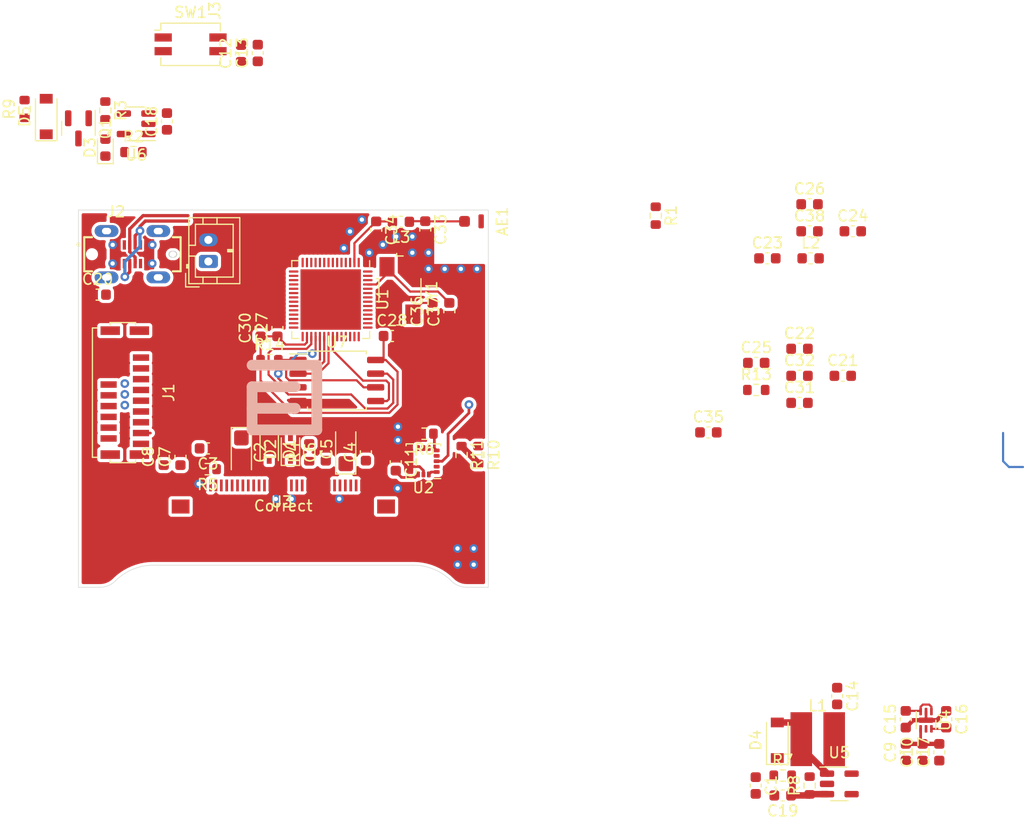
<source format=kicad_pcb>
(kicad_pcb (version 20211014) (generator pcbnew)
  (layers (0 "F.Cu" signal "Front.Cu") (1 "In1.Cu" power "Power.Cu") (2 "In2.Cu" power "Ground.Cu") (31 "B.Cu" signal "Back.Cu") (34 "B.Paste" user) (35 "F.Paste" user) (36 "B.SilkS" user "B.Silkscreen") (37 "F.SilkS" user "F.Silkscreen") (38 "B.Mask" user) (39 "F.Mask" user) (44 "Edge.Cuts" user))
  (net 0 "")
  (net 1 "VBUS")
  (net 3 "D-")
  (net 4 "D+")
  (net 12 "GND")
  (net 13 "13V")
  (net 14 "CLK")
  (net 15 "MOSI")
  (net 16 "DC")
  (net 17 "Net-(R6-Pad1)")
  (net 18 "RST")
  (net 19 "Net-(C5-Pad1)")
  (net 20 "Net-(C7-Pad1)")
  (net 21 "Net-(C8-Pad1)")
  (net 22 "Net-(D1-Pad2)")
  (net 23 "Net-(D2-Pad2)")
  (net 24 "Display2_CS")
  (net 25 "MISO")
  (net 26 "Display3_CS")
  (net 27 "Display4_CS")
  (net 28 "Display5_CS")
  (net 29 "Display1_CS")
  (net 30 "Display6_CS")
  (net 31 "INT")
  (net 40 "Net-(R4-Pad1)")
  (net 41 "Net-(R5-Pad1)")
  (net 43 "Net-(C11-Pad2)")
  (net 44 "Reset")
  (net 45 "Boot")
  (net 47 "+5V")
  (net 48 "Net-(C16-Pad2)")
  (net 49 "Net-(C19-Pad1)")
  (net 50 "Net-(D3-Pad2)")
  (net 51 "Net-(D3-Pad1)")
  (net 52 "Net-(D4-Pad2)")
  (net 53 "Net-(R2-Pad1)")
  (net 54 "+BATT")
  (net 64 "VDD3P3")
  (net 65 "Net-(R13-Pad1)")
  (net 66 "XTAL_N")
  (net 67 "XTAL_P")
  (net 68 "Net-(AE1-Pad2)")
  (net 69 "VDD3P3_CPU")
  (net 70 "VDD_SPI")
  (net 71 "U0TXD")
  (net 72 "SPICS0")
  (net 73 "SPIHD")
  (net 74 "SPIWP")
  (net 75 "LNA_IN")
  (net 76 "Net-(R10-Pad2)")
  (net 77 "SPICLK")
  (net 78 "SPIQ")
  (net 88 "SPID")
  (net 89 "U0RXD")
  (footprint "Resistor_SMD:R_0603_1608Metric" (layer "F.Cu") (at 55.025 54.315 90)
    (fp_text reference "R4")
    (fp_text value "47R")
  )
  (footprint "Diode_SMD:D_SOD-323" (layer "F.Cu") (at 51.315 54.025 -90)
    (fp_text reference "D1")
    (fp_text value "1N4148WS-7-F")
  )
  (footprint "Diode_SMD:D_SOD-323" (layer "F.Cu") (at 53.285 54.025 90)
    (fp_text reference "D2")
    (fp_text value "1N4148WS-7-F")
  )
  (footprint "Resistor_SMD:R_0603_1608Metric" (layer "F.Cu") (at 65.715 52.585 180)
    (fp_text reference "R6")
    (fp_text value "10k")
  )
  (footprint "Capacitor_SMD:C_0603_1608Metric" (layer "F.Cu") (at 56.56 54.315 90)
    (fp_text reference "C6")
    (fp_text value "1u")
  )
  (footprint "Capacitor_SMD:C_0603_1608Metric" (layer "F.Cu") (at 60.28 54.31 90)
    (fp_text reference "C4")
    (fp_text value "10u")
  )
  (footprint "D1(Motherboard):WR-FPC_0.5mm_ZIF_H" (layer "F.Cu") (at 52.625 58.315 180)
    (fp_text reference "U3")
    (fp_text value "WR-FPC_0.5mm_ZIF_H")
  )
  (footprint "Package_LGA:LGA-16_3x3mm_P0.5mm_LayoutBorder3x5y" (layer "F.Cu") (at 65.615 55.14 180)
    (fp_text reference "U2")
    (fp_text value "ICM-20602")
  )
  (footprint "Capacitor_SMD:C_0603_1608Metric" (layer "F.Cu") (at 110.345 82.1375 90)
    (fp_text reference "C9")
    (fp_text value "4.7u")
  )
  (footprint "Capacitor_SMD:C_0603_1608Metric" (layer "F.Cu") (at 111.895 82.1375 90)
    (fp_text reference "C10")
    (fp_text value "0.1u")
  )
  (footprint "Capacitor_SMD:C_0603_1608Metric" (layer "F.Cu") (at 63.05 55.235 -90)
    (fp_text reference "C11")
    (fp_text value "0.1u")
  )
  (footprint "Capacitor_SMD:C_0603_1608Metric" (layer "F.Cu") (at 48.705 17.305 90)
    (fp_text reference "C12")
    (fp_text value "0.1u")
  )
  (footprint "Capacitor_SMD:C_0603_1608Metric" (layer "F.Cu") (at 50.255 17.265 90)
    (fp_text reference "C13")
    (fp_text value "0.1u")
  )
  (footprint "Button_Switch_SMD:SW_DIP_SPSTx02_Slide_Copal_CHS-02A_W5.08mm_P1.27mm_JPin" (layer "F.Cu") (at 44.025 16.46)
    (fp_text reference "SW1")
    (fp_text value "CHS-02A")
  )
  (footprint "Package_TO_SOT_SMD:SOT-23-5" (layer "F.Cu") (at 104.175 85.075)
    (fp_text reference "U5")
    (fp_text value "FAN5331SX")
  )
  (footprint "Package_TO_SOT_SMD:SOT-23-5" (layer "F.Cu") (at 38.977499 23.832499 180)
    (fp_text reference "U6")
    (fp_text value "MCP73831-2-OT")
  )
  (footprint "Capacitor_SMD:C_0603_1608Metric" (layer "F.Cu") (at 98.925 86.145 180)
    (fp_text reference "C19")
    (fp_text value "0.1u")
  )
  (footprint "Diode_SMD:D_SOD-123" (layer "F.Cu") (at 98.425 81.025 90)
    (fp_text reference "D4")
    (fp_text value "BAT54GWJ")
  )
  (footprint "D1(Motherboard):L_Bourns-SRN4028" (layer "F.Cu") (at 102.175 80.925 180)
    (fp_text reference "L1")
    (fp_text value "SRR4028-100Y")
  )
  (footprint "Resistor_SMD:R_0603_1608Metric" (layer "F.Cu") (at 38.727499 26.457499)
    (fp_text reference "R2")
    (fp_text value "2k")
  )
  (footprint "Connector_JST:JST_PH_B2B-PH-K_1x02_P2.00mm_Vertical" (layer "F.Cu") (at 45.675 36.605 90)
    (fp_text reference "J3")
    (fp_text value "B2B-PH-K-S")
  )
  (footprint "Capacitor_SMD:C_0603_1608Metric" (layer "F.Cu") (at 41.835 23.615 90)
    (fp_text reference "C18")
    (fp_text value "4.7u")
  )
  (footprint "D1(Motherboard):WR-FPC_0.50_SMT_ZIF_V" (layer "F.Cu") (at 37.925 48.775 -90)
    (fp_text reference "J1")
    (fp_text value "WR-FPC_0.5mm_ZIF_V")
  )
  (footprint "Capacitor_SMD:C_0603_1608Metric" (layer "F.Cu") (at 110.335 79.075 90)
    (fp_text reference "C15")
    (fp_text value "1u")
  )
  (footprint "Capacitor_SMD:C_0603_1608Metric" (layer "F.Cu") (at 113.445 82.1375 90)
    (fp_text reference "C17")
    (fp_text value "1u")
  )
  (footprint "Capacitor_SMD:C_0603_1608Metric" (layer "F.Cu") (at 114.085 79.075 -90)
    (fp_text reference "C16")
    (fp_text value "0.1u")
  )
  (footprint "Resistor_SMD:R_0603_1608Metric" (layer "F.Cu") (at 28.632499 22.457499 90)
    (fp_text reference "R9")
    (fp_text value "100k")
  )
  (footprint "Package_DFN_QFN:MLF-6-1EP_1.6x1.6mm_P0.5mm_EP0.5x1.26mm" (layer "F.Cu") (at 112.215 79.165 -90)
    (fp_text reference "U4")
    (fp_text value "MIC5353-3.3YMT")
  )
  (footprint "Package_TO_SOT_SMD:SOT-23" (layer "F.Cu") (at 33.627499 24.257499 -90)
    (fp_text reference "Q1")
    (fp_text value "NX2301P.215")
  )
  (footprint "Diode_SMD:D_SOD-123" (layer "F.Cu") (at 30.639165 23.157499 90)
    (fp_text reference "D5")
    (fp_text value "BATG54GWJ")
  )
  (footprint "Resistor_SMD:R_0603_1608Metric" (layer "F.Cu") (at 101.425 85.225 90)
    (fp_text reference "R8")
    (fp_text value "10k")
  )
  (footprint "Resistor_SMD:R_0603_1608Metric" (layer "F.Cu") (at 98.925 84.3)
    (fp_text reference "R7")
    (fp_text value "100k")
  )
  (footprint "Capacitor_SMD:C_0603_1608Metric" (layer "F.Cu") (at 103.975 76.925 -90)
    (fp_text reference "C14")
    (fp_text value "4.7u")
  )
  (footprint "Capacitor_SMD:C_0603_1608Metric" (layer "F.Cu") (at 45.635 53.95 180)
    (fp_text reference "C3")
    (fp_text value "1u")
  )
  (footprint "Resistor_SMD:R_0603_1608Metric" (layer "F.Cu") (at 45.61 55.875 180)
    (fp_text reference "R5")
    (fp_text value "560k")
  )
  (footprint "Capacitor_SMD:C_0603_1608Metric" (layer "F.Cu") (at 41.535 54.725 90)
    (fp_text reference "C8")
    (fp_text value "10u")
  )
  (footprint "Capacitor_SMD:C_0603_1608Metric" (layer "F.Cu") (at 43.085 54.725 90)
    (fp_text reference "C7")
    (fp_text value "0.1u")
  )
  (footprint "Resistor_SMD:R_0603_1608Metric" (layer "F.Cu") (at 36.12 22.595 -90)
    (fp_text reference "R3")
    (fp_text value "1k")
  )
  (footprint "LED_SMD:LED_0603_1608Metric" (layer "F.Cu") (at 36.125 26.045 90)
    (fp_text reference "D3")
    (fp_text value "GREEN")
  )
  (footprint "Capacitor_SMD:C_0603_1608Metric" (layer "F.Cu") (at 96.425 85.225 -90)
    (fp_text reference "C1")
    (fp_text value "4.7u")
  )
  (footprint "Resistor_SMD:R_0603_1608Metric" (layer "F.Cu") (at 70.7 54.56 -90)
    (fp_text reference "R10")
    (fp_text value "100k")
  )
  (footprint "Resistor_SMD:R_0603_1608Metric" (layer "F.Cu") (at 69.15 54.56 -90)
    (fp_text reference "R11")
    (fp_text value "100k")
  )
  (footprint "Capacitor_Tantalum_SMD:CP_EIA-3216-18_Kemet-A" (layer "F.Cu") (at 58.41 54.015 90)
    (fp_text reference "C5")
    (fp_text value "4.7u")
  )
  (footprint "Capacitor_Tantalum_SMD:CP_EIA-3216-18_Kemet-A" (layer "F.Cu") (at 48.735 54.325 -90)
    (fp_text reference "C2")
    (fp_text value "100u")
  )
  (footprint "Capacitor_SMD:C_0603_1608Metric" (layer "F.Cu") (at 100.485 49.725)
    (fp_text reference "C31")
    (fp_text value "100pF")
  )
  (footprint "D1(Motherboard):GCT_USB4120-03-C" (layer "F.Cu") (at 38.6325 35.935)
    (fp_text reference "J2")
    (fp_text value "USB_C_Receptacle_USB2.0")
    (fp_line (start 3.85 0.26) (end 3.65 0.26) (layer "Edge.Cuts") (width 0.1))
    (fp_line (start 3.65 -0.26) (end 3.85 -0.26) (layer "Edge.Cuts") (width 0.1))
    (fp_arc (start 3.65 0.26) (mid 3.466152 0.183848) (end 3.39 0) (layer "Edge.Cuts") (width 0.1))
    (fp_arc (start 3.85 -0.26) (mid 4.033848 -0.183848) (end 4.11 0) (layer "Edge.Cuts") (width 0.1))
    (fp_arc (start 3.39 0) (mid 3.466152 -0.183848) (end 3.65 -0.26) (layer "Edge.Cuts") (width 0.1))
    (fp_arc (start 4.11 0) (mid 4.033848 0.183848) (end 3.85 0.26) (layer "Edge.Cuts") (width 0.1))
  )
  (footprint "Capacitor_SMD:C_0603_1608Metric" (layer "F.Cu") (at 100.485 44.705)
    (fp_text reference "C22")
    (fp_text value "10u")
  )
  (footprint "Capacitor_SMD:C_0603_1608Metric" (layer "F.Cu") (at 97.505 36.315)
    (fp_text reference "C23")
    (fp_text value "1u")
  )
  (footprint "Capacitor_SMD:C_0603_1608Metric" (layer "F.Cu") (at 101.415 33.805)
    (fp_text reference "C38")
    (fp_text value "1u")
  )
  (footprint "Package_SO:SOIC-8_5.23x5.23mm_P1.27mm" (layer "F.Cu") (at 57.58596 47.649034)
    (fp_text reference "U7")
    (fp_text value "W25Q128JVS")
  )
  (footprint "Capacitor_SMD:C_0603_1608Metric" (layer "F.Cu") (at 35.405 39.685)
    (fp_text reference "C20")
    (fp_text value "4.7u")
  )
  (footprint "Ignion_Antenna:NN02-101" (layer "F.Cu") (at 70.245 32.885 90)
    (fp_text reference "AE1")
    (fp_text value "Antenna_Chip")
  )
  (footprint "Capacitor_SMD:C_0603_1608Metric" (layer "F.Cu") (at 104.495 47.215)
    (fp_text reference "C21")
    (fp_text value "0.1u")
  )
  (footprint "Capacitor_SMD:C_0603_1608Metric" (layer "F.Cu") (at 50.51596 42.779034 90)
    (fp_text reference "C30")
    (fp_text value "1uF")
  )
  (footprint "Inductor_SMD:L_0603_1608Metric" (layer "F.Cu") (at 63.525 32.925 180)
    (fp_text reference "L3")
    (fp_text value "TBD")
  )
  (footprint "Inductor_SMD:L_0603_1608Metric" (layer "F.Cu") (at 101.515 36.315)
    (fp_text reference "L2")
    (fp_text value "2n")
  )
  (footprint "Capacitor_SMD:C_0603_1608Metric" (layer "F.Cu") (at 68.015 41.225 90)
    (fp_text reference "C37")
    (fp_text value "TBD")
  )
  (footprint "Capacitor_SMD:C_0603_1608Metric" (layer "F.Cu") (at 66.455 41.225 90)
    (fp_text reference "C36")
    (fp_text value "TBD")
  )
  (footprint "Capacitor_SMD:C_0603_1608Metric" (layer "F.Cu") (at 52.07596 42.779034 90)
    (fp_text reference "C27")
    (fp_text value "0.1u")
  )
  (footprint "Package_DFN_QFN:QFN-56-1EP_7x7mm_P0.4mm_EP5.6x5.6mm" (layer "F.Cu") (at 57.01596 40.139034 -90)
    (fp_text reference "U1")
    (fp_text value "ESP32-S2")
  )
  (footprint "Capacitor_SMD:C_0603_1608Metric" (layer "F.Cu") (at 92.035 52.465)
    (fp_text reference "C35")
    (fp_text value "0.1u")
  )
  (footprint "Capacitor_SMD:C_0603_1608Metric" (layer "F.Cu") (at 96.475 46.015)
    (fp_text reference "C25")
    (fp_text value "0.1u")
  )
  (footprint "Resistor_SMD:R_0603_1608Metric" (layer "F.Cu") (at 87.15404 32.35596 -90)
    (fp_text reference "R1")
    (fp_text value "10k")
  )
  (footprint "Resistor_SMD:R_0603_1608Metric" (layer "F.Cu") (at 96.475 48.525)
    (fp_text reference "R13")
    (fp_text value "499R")
  )
  (footprint "Capacitor_SMD:C_0603_1608Metric" (layer "F.Cu") (at 65.785 33.645 -90)
    (fp_text reference "C33")
    (fp_text value "TBD")
  )
  (footprint "Resistor_SMD:R_0603_1608Metric" (layer "F.Cu") (at 51.33596 45.749034)
    (fp_text reference "R14")
    (fp_text value "10k(NC)")
  )
  (footprint "Crystal:Crystal_SMD_0603-4Pin_6.0x3.5mm" (layer "F.Cu") (at 63.43596 39.299034 -90)
    (fp_text reference "Y1")
    (fp_text value "Crystal_GND24")
  )
  (footprint "Capacitor_SMD:C_0603_1608Metric" (layer "F.Cu") (at 105.425 33.805)
    (fp_text reference "C24")
    (fp_text value "0.1u")
  )
  (footprint "Capacitor_SMD:C_0603_1608Metric" (layer "F.Cu") (at 62.69596 43.519034)
    (fp_text reference "C28")
    (fp_text value "0.1u")
  )
  (footprint "Capacitor_SMD:C_0603_1608Metric" (layer "F.Cu") (at 61.235 33.665 -90)
    (fp_text reference "C34")
    (fp_text value "TBD")
  )
  (footprint "Capacitor_SMD:C_0603_1608Metric" (layer "F.Cu") (at 100.485 47.215)
    (fp_text reference "C32")
    (fp_text value "1uF")
  )
  (footprint "Capacitor_SMD:C_0603_1608Metric" (layer "F.Cu") (at 101.415 31.295)
    (fp_text reference "C26")
    (fp_text value "TBD")
  )
  (gr_line (start 55.72668 52.229401) (end 55.72668 46.229401) (layer "B.SilkS") (width 1))
  (gr_line (start 49.726681 52.229401) (end 49.72668 48.229401) (layer "B.SilkS") (width 1))
  (gr_line (start 49.72668 48.229401) (end 53.726681 48.229401) (layer "B.SilkS") (width 1))
  (gr_line (start 49.726681 52.229401) (end 55.72668 52.229401) (layer "B.SilkS") (width 1))
  (gr_line (start 49.72668 50.229401) (end 53.726681 50.229401) (layer "B.SilkS") (width 1))
  (gr_line (start 49.72668 46.229401) (end 55.72668 46.229401) (layer "B.SilkS") (width 1))
  (gr_line (start 33.625 31.835) (end 33.625001 66.835) (layer "Edge.Cuts") (width 0.05))
  (gr_line (start 71.625 66.835001) (end 71.625001 31.835) (layer "Edge.Cuts") (width 0.05))
  (gr_arc (start 37.039214 66.249213) (mid 36.390367 66.682759) (end 35.625 66.835) (layer "Edge.Cuts") (width 0.05))
  (gr_line (start 64.678013 64.78589) (end 40.571988 64.785889) (layer "Edge.Cuts") (width 0.05))
  (gr_line (start 33.625001 66.835) (end 35.625 66.835) (layer "Edge.Cuts") (width 0.05))
  (gr_arc (start 69.625001 66.835001) (mid 68.859634 66.68276) (end 68.210787 66.249214) (layer "Edge.Cuts") (width 0.05))
  (gr_arc (start 64.678013 64.78589) (mid 66.589937 65.166195) (end 68.210787 66.249213) (layer "Edge.Cuts") (width 0.05))
  (gr_line (start 69.625001 66.835001) (end 71.625 66.835001) (layer "Edge.Cuts") (width 0.05))
  (gr_line (start 33.625 31.835) (end 71.625001 31.835) (layer "Edge.Cuts") (width 0.05))
  (gr_arc (start 37.039214 66.249212) (mid 38.660064 65.166194) (end 40.571988 64.785889) (layer "Edge.Cuts") (width 0.05))
  (segment (start 39.8825 35.07) (end 39.8825 36.8) (width 0.3) (layer "F.Cu") (net 1))
  (segment (start 37.3825 36.8) (end 37.3825 35.07) (width 0.3) (layer "F.Cu") (net 1))
  (via (at 40.475 35.065) (size 0.8) (drill 0.4) (layers "F.Cu" "B.Cu") (net 1))
  (via (at 40.465 36.795) (size 0.8) (drill 0.4) (layers "F.Cu" "B.Cu") (net 1))
  (via (at 36.795 36.795) (size 0.8) (drill 0.4) (layers "F.Cu" "B.Cu") (net 1))
  (via (at 36.805 35.065) (size 0.8) (drill 0.4) (layers "F.Cu" "B.Cu") (net 1))
  (segment (start 39.33318 33.764613) (end 39.33318 33.34682) (width 0.3) (layer "F.Cu") (net 3))
  (segment (start 39.33318 33.34682) (end 39.825 32.855) (width 0.3) (layer "F.Cu") (net 3))
  (segment (start 37.930573 38.027739) (end 38.3825 37.575812) (width 0.3) (layer "F.Cu") (net 3))
  (segment (start 39.33318 33.764613) (end 38.8825 34.215293) (width 0.3) (layer "F.Cu") (net 3))
  (segment (start 39.825 32.855) (end 43.825 32.855) (width 0.3) (layer "F.Cu") (net 3))
  (segment (start 38.8825 34.215293) (end 38.8825 35.07) (width 0.3) (layer "F.Cu") (net 3))
  (segment (start 38.3825 37.575812) (end 38.3825 36.8) (width 0.3) (layer "F.Cu") (net 3))
  (via (at 37.930573 38.027739) (size 0.8) (drill 0.4) (layers "F.Cu" "B.Cu") (net 3))
  (via (at 39.33318 33.764613) (size 0.8) (drill 0.4) (layers "F.Cu" "B.Cu") (net 3))
  (segment (start 37.930573 36.629427) (end 37.930573 38.027739) (width 0.3) (layer "B.Cu") (net 3))
  (segment (start 39.33318 33.764613) (end 39.33318 35.22682) (width 0.3) (layer "B.Cu") (net 3))
  (segment (start 39.33318 35.22682) (end 37.930573 36.629427) (width 0.3) (layer "B.Cu") (net 3))
  (segment (start 38.3825 33.591073) (end 39.618573 32.355) (width 0.3) (layer "F.Cu") (net 4))
  (segment (start 38.3825 35.07) (end 38.3825 33.591073) (width 0.3) (layer "F.Cu") (net 4))
  (segment (start 39.618573 32.355) (end 43.785 32.355) (width 0.3) (layer "F.Cu") (net 4))
  (segment (start 38.8825 36.2125) (end 38.8825 36.8) (width 0.3) (layer "F.Cu") (net 4))
  (segment (start 38.3825 35.07) (end 38.3825 35.7125) (width 0.3) (layer "F.Cu") (net 4))
  (segment (start 38.3825 35.7125) (end 38.8825 36.2125) (width 0.3) (layer "F.Cu") (net 4))
  (segment (start 112.215 78.365) (end 112.215 79.165) (width 0.25) (layer "F.Cu") (net 12))
  (segment (start 111.02 79.165) (end 112.215 79.165) (width 0.4) (layer "F.Cu") (net 12))
  (segment (start 44.924991 57.385) (end 44.775 57.235009) (width 0.25) (layer "F.Cu") (net 12))
  (segment (start 110.335 79.85) (end 111.02 79.165) (width 0.4) (layer "F.Cu") (net 12))
  (segment (start 114.085 78.3) (end 113.22 79.165) (width 0.4) (layer "F.Cu") (net 12))
  (segment (start 65.248377 55.64) (end 65.615 56.006622) (width 0.25) (layer "F.Cu") (net 12))
  (segment (start 113.22 79.165) (end 112.215 79.165) (width 0.4) (layer "F.Cu") (net 12))
  (segment (start 65.615 56.006622) (end 65.615 56.365) (width 0.25) (layer "F.Cu") (net 12))
  (segment (start 64.39 55.639999) (end 65.248377 55.64) (width 0.25) (layer "F.Cu") (net 12))
  (segment (start 64.39 54.14) (end 64.39 56.14) (width 0.25) (layer "F.Cu") (net 12))
  (via (at 70.275 63.235) (size 0.8) (drill 0.4) (layers "F.Cu" "B.Cu") (net 12))
  (via (at 68.775 64.735) (size 0.8) (drill 0.4) (layers "F.Cu" "B.Cu") (net 12))
  (via (at 70.275 64.735) (size 0.8) (drill 0.4) (layers "F.Cu" "B.Cu") (net 12))
  (via (at 63.25 53.185) (size 0.8) (drill 0.4) (layers "F.Cu" "B.Cu") (net 12))
  (via (at 57.805 58.634892) (size 0.8) (drill 0.4) (layers "F.Cu" "B.Cu") (net 12))
  (via (at 60.585 35.795) (size 0.8) (drill 0.4) (layers "F.Cu" "B.Cu") (net 12))
  (via (at 51.93 58.634892) (size 0.8) (drill 0.4) (layers "F.Cu" "B.Cu") (net 12))
  (via (at 69.085 37.295) (size 0.8) (drill 0.4) (layers "F.Cu" "B.Cu") (net 12))
  (via (at 59.905 32.725) (size 0.8) (drill 0.4) (layers "F.Cu" "B.Cu") (net 12))
  (via (at 70.585 37.295) (size 0.8) (drill 0.4) (layers "F.Cu" "B.Cu") (net 12))
  (via (at 44.775 57.235009) (size 0.8) (drill 0.4) (layers "F.Cu" "B.Cu") (net 12))
  (via (at 53.39875 58.634892) (size 0.8) (drill 0.4) (layers "F.Cu" "B.Cu") (net 12))
  (via (at 66.085 37.295) (size 0.8) (drill 0.4) (layers "F.Cu" "B.Cu") (net 12))
  (via (at 61.855 35.055) (size 0.8) (drill 0.4) (layers "F.Cu" "B.Cu") (net 12))
  (via (at 64.585 35.795) (size 0.8) (drill 0.4) (layers "F.Cu" "B.Cu") (net 12))
  (via (at 63.25 51.935) (size 0.8) (drill 0.4) (layers "F.Cu" "B.Cu") (net 12))
  (via (at 63.225 57.66) (size 0.8) (drill 0.4) (layers "F.Cu" "B.Cu") (net 12))
  (via (at 58.805 33.825) (size 0.8) (drill 0.4) (layers "F.Cu" "B.Cu") (net 12))
  (via (at 66.085 35.795) (size 0.8) (drill 0.4) (layers "F.Cu" "B.Cu") (net 12))
  (via (at 68.775 63.235) (size 0.8) (drill 0.4) (layers "F.Cu" "B.Cu") (net 12))
  (via (at 64.585 34.295) (size 0.8) (drill 0.4) (layers "F.Cu" "B.Cu") (net 12))
  (via (at 58.235 35.375) (size 0.8) (drill 0.4) (layers "F.Cu" "B.Cu") (net 12))
  (via (at 67.585 37.295) (size 0.8) (drill 0.4) (layers "F.Cu" "B.Cu") (net 12))
  (via (at 63.085 34.295) (size 0.8) (drill 0.4) (layers "F.Cu" "B.Cu") (net 12))
  (segment (start 67.9 54.59641) (end 67.35641 55.14) (width 0.25) (layer "F.Cu") (net 15))
  (segment (start 69.835 50.66359) (end 67.9 52.59859) (width 0.25) (layer "F.Cu") (net 15))
  (segment (start 67.35641 55.14) (end 66.84 55.14) (width 0.25) (layer "F.Cu") (net 15))
  (segment (start 67.9 52.59859) (end 67.9 54.59641) (width 0.25) (layer "F.Cu") (net 15))
  (segment (start 39.425 52.525) (end 40.298589 52.525) (width 0.25) (layer "F.Cu") (net 15))
  (segment (start 69.835 49.88501) (end 69.835 50.66359) (width 0.25) (layer "F.Cu") (net 15))
  (via (at 69.835 49.88501) (size 0.8) (drill 0.4) (layers "F.Cu" "B.Cu") (net 15))
  (segment (start 66.6275 53.9275) (end 66.84 54.14) (width 0.25) (layer "F.Cu") (net 17))
  (segment (start 66.6275 52.585) (end 66.6275 53.9275) (width 0.25) (layer "F.Cu") (net 17))
  (segment (start 63.05 56.0975) (end 63.59251 56.64001) (width 0.25) (layer "F.Cu") (net 43))
  (segment (start 64.83999 56.64001) (end 65.115 56.365) (width 0.25) (layer "F.Cu") (net 43))
  (segment (start 63.59251 56.64001) (end 64.83999 56.64001) (width 0.25) (layer "F.Cu") (net 43))
  (segment (start 47.060002 17.095) (end 46.565 17.095) (width 0.25) (layer "F.Cu") (net 44))
  (segment (start 110.6525 78.365) (end 110.34 78.0525) (width 0.25) (layer "F.Cu") (net 47))
  (segment (start 110.335 78.3) (end 111.65 78.3) (width 0.2) (layer "F.Cu") (net 47))
  (segment (start 112.50548 77.71548) (end 111.92452 77.71548) (width 0.2) (layer "F.Cu") (net 47))
  (segment (start 112.715 77.925) (end 112.50548 77.71548) (width 0.2) (layer "F.Cu") (net 47))
  (segment (start 112.715 78.365) (end 112.715 77.925) (width 0.2) (layer "F.Cu") (net 47))
  (segment (start 111.92452 77.71548) (end 111.715 77.925) (width 0.2) (layer "F.Cu") (net 47))
  (segment (start 111.715 77.925) (end 111.715 78.365) (width 0.2) (layer "F.Cu") (net 47))
  (segment (start 111.65 78.3) (end 111.715 78.365) (width 0.2) (layer "F.Cu") (net 47))
  (segment (start 113.9025 79.965) (end 114.09 79.7775) (width 0.25) (layer "F.Cu") (net 48))
  (segment (start 113.97 79.965) (end 114.085 79.85) (width 0.2) (layer "F.Cu") (net 48))
  (segment (start 112.715 79.965) (end 113.97 79.965) (width 0.2) (layer "F.Cu") (net 48))
  (segment (start 101.4175 86.145) (end 101.425 86.1375) (width 0.6) (layer "F.Cu") (net 49))
  (segment (start 99.7875 86.145) (end 101.4175 86.145) (width 0.6) (layer "F.Cu") (net 49))
  (segment (start 99.8375 86.095) (end 99.7875 86.145) (width 0.6) (layer "F.Cu") (net 49))
  (segment (start 103.075 86.025) (end 101.5375 86.025) (width 0.6) (layer "F.Cu") (net 49))
  (segment (start 99.7875 84.35) (end 99.8375 84.3) (width 0.25) (layer "F.Cu") (net 49))
  (segment (start 99.8375 84.3) (end 99.8375 86.095) (width 0.6) (layer "F.Cu") (net 49))
  (segment (start 99.795 86.1375) (end 99.7875 86.145) (width 0.25) (layer "F.Cu") (net 49))
  (segment (start 101.5375 86.025) (end 101.425 86.1375) (width 0.6) (layer "F.Cu") (net 49))
  (segment (start 100.65 81.7) (end 103.075 84.125) (width 0.6) (layer "F.Cu") (net 52))
  (segment (start 98.425 79.375) (end 99.8 79.375) (width 0.6) (layer "F.Cu") (net 52))
  (segment (start 100.65 80.925) (end 100.65 81.7) (width 0.6) (layer "F.Cu") (net 52))
  (segment (start 99.8 79.375) (end 100.65 80.225) (width 0.6) (layer "F.Cu") (net 52))
  (segment (start 100.65 80.225) (end 100.65 80.925) (width 0.6) (layer "F.Cu") (net 52))
  (segment (start 66.455 40.45) (end 65.46 40.45) (width 0.2) (layer "F.Cu") (net 66))
  (segment (start 65.46 40.45) (end 64.63596 41.27404) (width 0.2) (layer "F.Cu") (net 66))
  (segment (start 64.63596 41.27404) (end 64.63596 41.499034) (width 0.2) (layer "F.Cu") (net 66))
  (segment (start 62.23596 37.74404) (end 62.23596 37.099034) (width 0.2) (layer "F.Cu") (net 67))
  (segment (start 66.96 39.395) (end 64.385 39.395) (width 0.2) (layer "F.Cu") (net 67))
  (segment (start 60.45346 38.739034) (end 61.240966 38.739034) (width 0.2) (layer "F.Cu") (net 67))
  (segment (start 61.240966 38.739034) (end 62.23596 37.74404) (width 0.2) (layer "F.Cu") (net 67))
  (segment (start 62.23596 37.24596) (end 62.23596 37.099034) (width 0.2) (layer "F.Cu") (net 67))
  (segment (start 64.385 39.395) (end 62.23596 37.24596) (width 0.2) (layer "F.Cu") (net 67))
  (segment (start 68.015 40.45) (end 66.96 39.395) (width 0.2) (layer "F.Cu") (net 67))
  (segment (start 65.8 32.885) (end 65.785 32.87) (width 0.2) (layer "F.Cu") (net 68))
  (segment (start 65.785 32.87) (end 64.3675 32.87) (width 0.2) (layer "F.Cu") (net 68))
  (segment (start 64.3675 32.87) (end 64.3125 32.925) (width 0.2) (layer "F.Cu") (net 68))
  (segment (start 69.425 32.885) (end 65.8 32.885) (width 0.2) (layer "F.Cu") (net 68))
  (segment (start 111.715 79.965) (end 111.715 81.1825) (width 0.25) (layer "F.Cu") (net 69))
  (segment (start 66.34 56.14) (end 66.115 56.365) (width 0.25) (layer "F.Cu") (net 69))
  (segment (start 113.445 81.3625) (end 110.345 81.3625) (width 0.4) (layer "F.Cu") (net 69))
  (segment (start 111.895 81.275) (end 111.72 81.1) (width 0.25) (layer "F.Cu") (net 69))
  (segment (start 66.84 56.14) (end 66.34 56.14) (width 0.25) (layer "F.Cu") (net 69))
  (segment (start 111.715 81.1825) (end 111.895 81.3625) (width 0.25) (layer "F.Cu") (net 69))
  (via (at 37.925 48.935) (size 0.8) (drill 0.4) (layers "F.Cu" "B.Cu") (net 69))
  (via (at 37.925 49.935) (size 0.8) (drill 0.4) (layers "F.Cu" "B.Cu") (net 69))
  (via (at 37.925 47.935) (size 0.8) (drill 0.4) (layers "F.Cu" "B.Cu") (net 69))
  (segment (start 61.92096 43.519034) (end 61.92096 45.684034) (width 0.2) (layer "F.Cu") (net 70))
  (segment (start 50.51596 45.744034) (end 50.51096 45.749034) (width 0.2) (layer "F.Cu") (net 70))
  (segment (start 63.215 46.838074) (end 62.12096 45.744034) (width 0.2) (layer "F.Cu") (net 70))
  (segment (start 50.51096 45.749034) (end 50.51096 47.654034) (width 0.2) (layer "F.Cu") (net 70))
  (segment (start 54.81596 43.576534) (end 54.81596 44.108329) (width 0.2) (layer "F.Cu") (net 70))
  (segment (start 52.83692 44.314994) (end 52.07596 43.554034) (width 0.2) (layer "F.Cu") (net 70))
  (segment (start 54.81596 44.108329) (end 54.609295 44.314994) (width 0.2) (layer "F.Cu") (net 70))
  (segment (start 63.215 49.885) (end 63.215 46.838074) (width 0.2) (layer "F.Cu") (net 70))
  (segment (start 61.92096 45.684034) (end 61.86096 45.744034) (width 0.2) (layer "F.Cu") (net 70))
  (segment (start 50.51596 43.554034) (end 50.51596 45.744034) (width 0.2) (layer "F.Cu") (net 70))
  (segment (start 50.51096 47.654034) (end 53.50596 50.649034) (width 0.2) (layer "F.Cu") (net 70))
  (segment (start 54.609295 44.314994) (end 52.83692 44.314994) (width 0.2) (layer "F.Cu") (net 70))
  (segment (start 62.450966 50.649034) (end 63.215 49.885) (width 0.2) (layer "F.Cu") (net 70))
  (segment (start 62.12096 45.744034) (end 61.18596 45.744034) (width 0.2) (layer "F.Cu") (net 70))
  (segment (start 61.86096 45.744034) (end 61.18596 45.744034) (width 0.2) (layer "F.Cu") (net 70))
  (segment (start 50.51596 43.554034) (end 52.07596 43.554034) (width 0.2) (layer "F.Cu") (net 70))
  (segment (start 53.50596 50.649034) (end 62.450966 50.649034) (width 0.2) (layer "F.Cu") (net 70))
  (segment (start 54.21096 45.969034) (end 55.765948 45.969034) (width 0.2) (layer "F.Cu") (net 72))
  (segment (start 52.16596 45.744034) (end 52.16096 45.749034) (width 0.2) (layer "F.Cu") (net 72))
  (segment (start 55.765948 45.969034) (end 56.01596 45.719022) (width 0.2) (layer "F.Cu") (net 72))
  (segment (start 53.98596 45.744034) (end 52.16596 45.744034) (width 0.2) (layer "F.Cu") (net 72))
  (segment (start 56.01596 45.719022) (end 56.01596 43.576534) (width 0.2) (layer "F.Cu") (net 72))
  (segment (start 53.98596 45.744034) (end 54.21096 45.969034) (width 0.2) (layer "F.Cu") (net 72))
  (segment (start 51.25596 47.11404) (end 51.25596 45.089034) (width 0.2) (layer "F.Cu") (net 73))
  (segment (start 61.18596 47.014034) (end 62.26096 47.014034) (width 0.2) (layer "F.Cu") (net 73))
  (segment (start 58.919034 48.949034) (end 53.090954 48.949034) (width 0.2) (layer "F.Cu") (net 73))
  (segment (start 62.28548 50.249514) (end 60.219514 50.249514) (width 0.2) (layer "F.Cu") (net 73))
  (segment (start 62.26096 47.014034) (end 62.81548 47.568554) (width 0.2) (layer "F.Cu") (net 73))
  (segment (start 62.81548 49.719514) (end 62.28548 50.249514) (width 0.2) (layer "F.Cu") (net 73))
  (segment (start 51.25596 45.089034) (end 51.63048 44.714514) (width 0.2) (layer "F.Cu") (net 73))
  (segment (start 62.81548 47.568554) (end 62.81548 49.719514) (width 0.2) (layer "F.Cu") (net 73))
  (segment (start 60.219514 50.249514) (end 58.919034 48.949034) (width 0.2) (layer "F.Cu") (net 73))
  (segment (start 53.090954 48.949034) (end 51.25596 47.11404) (width 0.2) (layer "F.Cu") (net 73))
  (segment (start 51.63048 44.714514) (end 54.774781 44.714514) (width 0.2) (layer "F.Cu") (net 73))
  (segment (start 55.21596 44.273335) (end 55.21596 43.576534) (width 0.2) (layer "F.Cu") (net 73))
  (segment (start 54.774781 44.714514) (end 55.21596 44.273335) (width 0.2) (layer "F.Cu") (net 73))
  (segment (start 55.61596 43.576534) (end 55.61644 43.577014) (width 0.2) (layer "F.Cu") (net 74))
  (segment (start 55.61644 44.693554) (end 55.61644 44.862098) (width 0.2) (layer "F.Cu") (net 74))
  (segment (start 55.61644 43.577014) (end 55.61644 44.693554) (width 0.2) (layer "F.Cu") (net 74))
  (segment (start 52.15596 47.449034) (end 52.99096 48.284034) (width 0.2) (layer "F.Cu") (net 74))
  (segment (start 52.99096 48.284034) (end 53.98596 48.284034) (width 0.2) (layer "F.Cu") (net 74))
  (segment (start 55.61644 44.862098) (end 55.315127 45.163411) (width 0.2) (layer "F.Cu") (net 74))
  (segment (start 52.15596 47.009034) (end 52.15596 47.449034) (width 0.2) (layer "F.Cu") (net 74))
  (via (at 55.315127 45.163411) (size 0.8) (drill 0.4) (layers "F.Cu" "B.Cu") (net 74))
  (via (at 52.15596 47.009034) (size 0.8) (drill 0.4) (layers "F.Cu" "B.Cu") (net 74))
  (segment (start 55.315127 45.163411) (end 54.001583 45.163411) (width 0.2) (layer "B.Cu") (net 74))
  (segment (start 119.359377 55.129377) (end 119.905 55.675) (width 0.2) (layer "B.Cu") (net 74))
  (segment (start 119.359377 52.515833) (end 119.359377 55.129377) (width 0.2) (layer "B.Cu") (net 74))
  (segment (start 119.905 55.675) (end 121.205 55.675) (width 0.2) (layer "B.Cu") (net 74))
  (segment (start 54.001583 45.163411) (end 52.15596 47.009034) (width 0.2) (layer "B.Cu") (net 74))
  (segment (start 61.235 32.89) (end 59.21596 34.90904) (width 0.2) (layer "F.Cu") (net 75))
  (segment (start 62.7025 32.89) (end 62.7375 32.925) (width 0.2) (layer "F.Cu") (net 75))
  (segment (start 61.235 32.89) (end 62.7025 32.89) (width 0.2) (layer "F.Cu") (net 75))
  (segment (start 59.21596 34.90904) (end 59.21596 36.701534) (width 0.2) (layer "F.Cu") (net 75))
  (segment (start 69.15 53.76) (end 70.7 55.31) (width 0.6) (layer "F.Cu") (net 76))
  (segment (start 52.88644 47.350231) (end 53.165243 47.629034) (width 0.2) (layer "F.Cu") (net 77))
  (segment (start 55.930954 46.369034) (end 53.195243 46.369034) (width 0.2) (layer "F.Cu") (net 77))
  (segment (start 53.165243 47.629034) (end 59.414028 47.629034) (width 0.2) (layer "F.Cu") (net 77))
  (segment (start 60.069028 48.284034) (end 61.18596 48.284034) (width 0.2) (layer "F.Cu") (net 77))
  (segment (start 52.88644 46.677837) (end 52.88644 47.350231) (width 0.2) (layer "F.Cu") (net 77))
  (segment (start 53.195243 46.369034) (end 52.88644 46.677837) (width 0.2) (layer "F.Cu") (net 77))
  (segment (start 56.41596 45.884028) (end 55.930954 46.369034) (width 0.2) (layer "F.Cu") (net 77))
  (segment (start 59.414028 47.629034) (end 60.069028 48.284034) (width 0.2) (layer "F.Cu") (net 77))
  (segment (start 56.41596 43.576534) (end 56.41596 45.884028) (width 0.2) (layer "F.Cu") (net 77))
  (segment (start 56.81596 46.049034) (end 56.81596 43.576534) (width 0.2) (layer "F.Cu") (net 78))
  (segment (start 53.98596 47.014034) (end 55.85096 47.014034) (width 0.2) (layer "F.Cu") (net 78))
  (segment (start 55.85096 47.014034) (end 56.81596 46.049034) (width 0.2) (layer "F.Cu") (net 78))
  (segment (start 62.24096 49.554034) (end 62.41596 49.379034) (width 0.2) (layer "F.Cu") (net 88))
  (segment (start 60.009034 47.659034) (end 57.21596 44.86596) (width 0.2) (layer "F.Cu") (net 88))
  (segment (start 62.16596 47.659034) (end 60.009034 47.659034) (width 0.2) (layer "F.Cu") (net 88))
  (segment (start 62.41596 47.909034) (end 62.16596 47.659034) (width 0.2) (layer "F.Cu") (net 88))
  (segment (start 57.21596 44.86596) (end 57.21596 43.576534) (width 0.2) (layer "F.Cu") (net 88))
  (segment (start 61.18596 49.554034) (end 62.24096 49.554034) (width 0.2) (layer "F.Cu") (net 88))
  (segment (start 62.41596 49.379034) (end 62.41596 47.909034) (width 0.2) (layer "F.Cu") (net 88))
  (zone (net 12) (net_name "GND") (layer "F.Cu") (connect_pads yes (clearance 0.3)) (min_thickness 0.254) (fill yes (thermal_gap 0.508) (thermal_bridge_width 0.508) (smoothing chamfer) (radius 0.5))
    (polygon (pts (xy 78.2 72.285) (xy 29.575 71.885) (xy 30.465 28.105) (xy 77.25 26.885)))
  )
  (zone (net 1) (net_name "VBUS") (layer "F.Cu") (priority 1) (connect_pads yes (clearance 0.2)) (min_thickness 0.2) (fill yes (thermal_gap 0.508) (thermal_bridge_width 0.508))
    (polygon (pts (xy 36.5326 37.452044) (xy 36.5326 32.409377) (xy 40.657432 32.429767) (xy 40.659075 37.437616)))
  )
  (zone (net 0) (net_name "") (layers "F.Cu" "In1.Cu" "In2.Cu" "B.Cu") (connect_pads (clearance 0)) (min_thickness 0.254)
    (keepout (tracks allowed) (vias not_allowed) (pads not_allowed) (copperpour not_allowed) (footprints allowed))
    (fill (thermal_gap 0.508) (thermal_bridge_width 0.508))
    (polygon (pts (xy 71.625 36.835) (xy 66.615 36.835) (xy 66.615 31.835) (xy 71.625 31.835)))
  )
  (zone (net 0) (net_name "") (layer "F.Cu") (connect_pads yes (clearance 0)) (min_thickness 0.2)
    (keepout (tracks allowed) (vias allowed) (pads allowed) (copperpour not_allowed) (footprints allowed))
    (fill (thermal_gap 0.508) (thermal_bridge_width 0.508))
    (polygon (pts (xy 66.55 56.1225) (xy 64.66875 56.100625) (xy 64.68125 54.169375) (xy 66.5625 54.19125)))
  )
)
</source>
